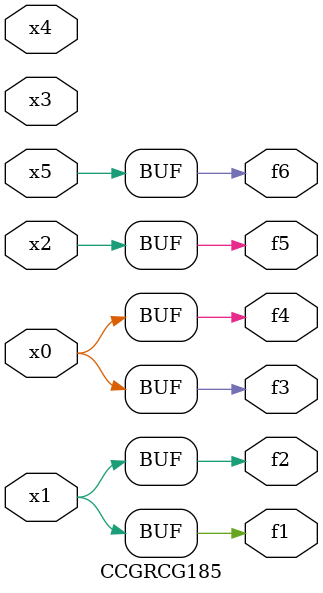
<source format=v>
module CCGRCG185(
	input x0, x1, x2, x3, x4, x5,
	output f1, f2, f3, f4, f5, f6
);
	assign f1 = x1;
	assign f2 = x1;
	assign f3 = x0;
	assign f4 = x0;
	assign f5 = x2;
	assign f6 = x5;
endmodule

</source>
